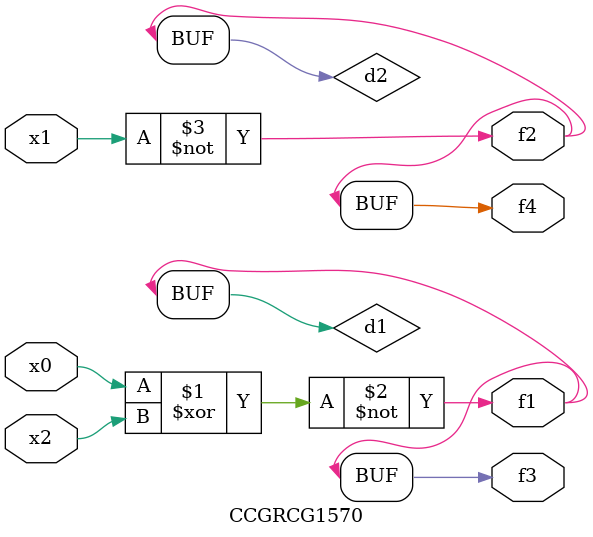
<source format=v>
module CCGRCG1570(
	input x0, x1, x2,
	output f1, f2, f3, f4
);

	wire d1, d2, d3;

	xnor (d1, x0, x2);
	nand (d2, x1);
	nor (d3, x1, x2);
	assign f1 = d1;
	assign f2 = d2;
	assign f3 = d1;
	assign f4 = d2;
endmodule

</source>
